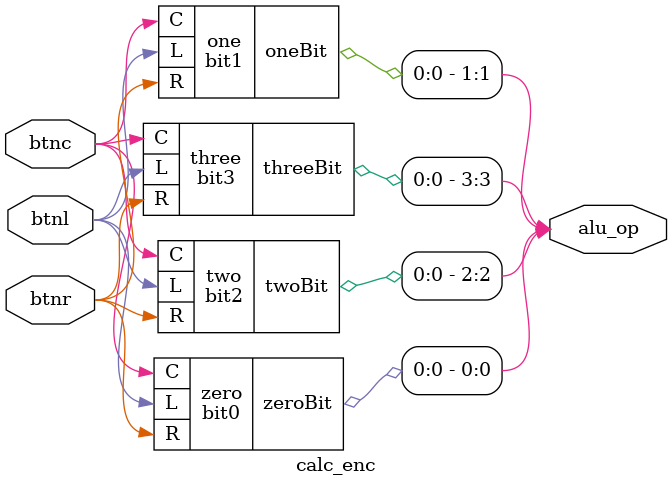
<source format=v>
module bit0(
  output wire zeroBit,
  input wire C,
  input wire R, 
  input wire L);
  
  wire Cn;
  wire m1;
  wire m2;
  
  not N0(Cn,C);
  and A0_1(m1,Cn,R);
  and A0_2(m2,L,R);
  or O0(zeroBit,m1,m2);
  
endmodule

module bit1(
  output wire oneBit,
  input wire C,
  input wire R, 
  input wire L);
  
  wire Ln;
  wire Rn;
  wire m3;
  wire m4;
  
  not N1_1(Ln,L);
  not N1_2(Rn,R);
  and A1_1(m3,Ln,C);
  and A1_2(m4,C,Rn);
  or O1(oneBit,m3,m4);
  
endmodule

module bit2(
  output wire twoBit,
  input wire C,
  input wire R, 
  input wire L);
  
  wire Cn;
  wire Rn;
  wire m5;
  wire m6;
  wire m7;
  
  not N2_1(Cn,C);
  not N2_2(Rn,R);
  and A2_1(m5,C,R);
  and A2_2(m6,L,Cn);
  and A2_3(m7,m6,Rn);
  
  or O2(twoBit,m5,m7);
  
endmodule

module bit3(
  output wire threeBit,
  input wire C,
  input wire R, 
  input wire L);
  
  wire Cn;
  wire Rn;
  wire m8;
  wire m9;
  wire m10;
  wire m11;
  
  not N3_1(Cn,C);
  not N3_2(Rn,R);
  and A3_1(m8,L,Cn);
  and A3_2(m11,m8,R);
  and A3_3(m9,L,C);
  and A3_4(m10,m9,Rn);
  
  or O3(threeBit,m11,m10);
  
endmodule

module calc_enc(
  output wire [3:0] alu_op,
  input wire btnl,
  input wire btnc, 
  input wire btnr);
  
  bit0 zero(.zeroBit(alu_op[0]), .C(btnc), .R(btnr), .L(btnl));
  bit1 one(.oneBit(alu_op[1]), .C(btnc), .R(btnr), .L(btnl));
  bit2 two(.twoBit(alu_op[2]), .C(btnc), .R(btnr), .L(btnl));
  bit3 three(.threeBit(alu_op[3]), .C(btnc), .R(btnr), .L(btnl));
    
endmodule
</source>
